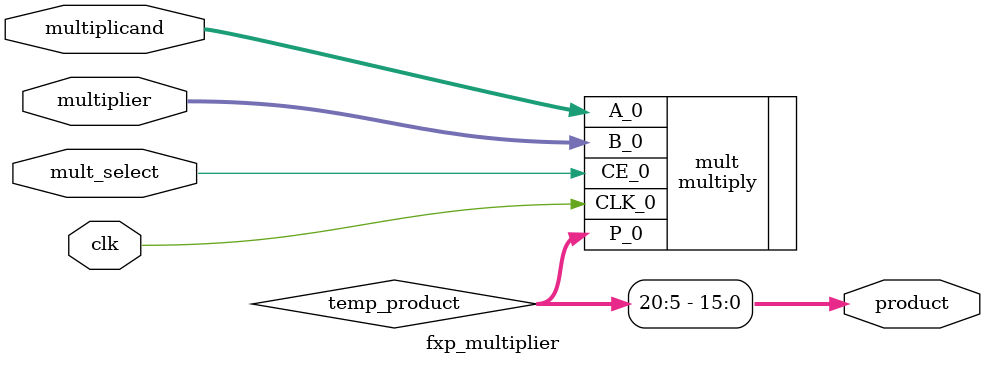
<source format=sv>
`timescale 1ns / 1ps


module fxp_multiplier #(parameter DATA_WIDTH = 16, FRACTIONAL = 5) (
input wire clk,
input wire mult_select,
input wire [DATA_WIDTH-1:0] multiplicand,
input wire [DATA_WIDTH-1:0] multiplier,
output wire [DATA_WIDTH-1:0] product
    );

wire [DATA_WIDTH*2-1:0] temp_product;

multiply mult (.A_0(multiplicand), .B_0(multiplier), .CE_0(mult_select), .CLK_0(clk), .P_0(temp_product));

assign product = temp_product >>> FRACTIONAL;    
    
endmodule

</source>
